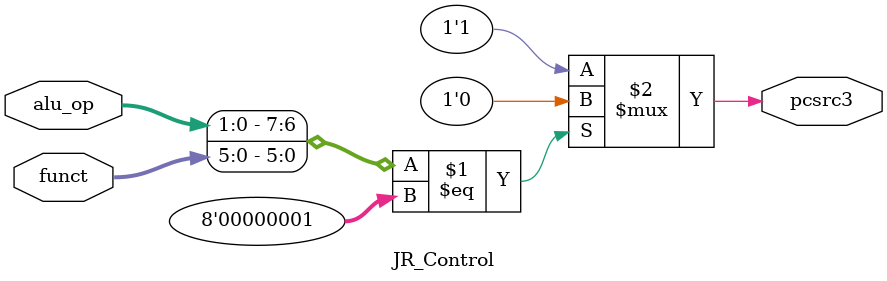
<source format=v>
`timescale 1ps/1ps
module ALUControl(input [1:0] ALUOp, input [5:0] Function, output reg[2:0] ALU_Control);  
	wire [7:0] ALUControlIn;  
	assign ALUControlIn = {ALUOp,Function};  
	always @(ALUControlIn) begin 
		casex (ALUControlIn)  
  			8'b01xxxxxx: ALU_Control <=3'b010;  //lw, sw
  			8'b10xxxxxx: ALU_Control <=3'b011;  //control flow
			8'b11xxxxxx: ALU_Control <=3'b100;  //set less than i
  			8'b00100100: ALU_Control <=3'b000;  //r_type(and)
  			8'b00101100: ALU_Control <=3'b001;  //r_type(or)
  			8'b00000100: ALU_Control <=3'b010;  //r_type(add)
  			8'b00010100: ALU_Control <=3'b011;  //r_type(sub)
  			8'b00010101: ALU_Control <=3'b100;  //r_type(slt)
  			default: ALU_Control <= 3'b000;  
  		endcase  
	end
endmodule  

module JR_Control( input[1:0] alu_op, input [5:0] funct, output pcsrc3);

assign pcsrc3 = ({alu_op,funct}==8'b00000001) ? 1'b0 : 1'b1;
			
endmodule
</source>
